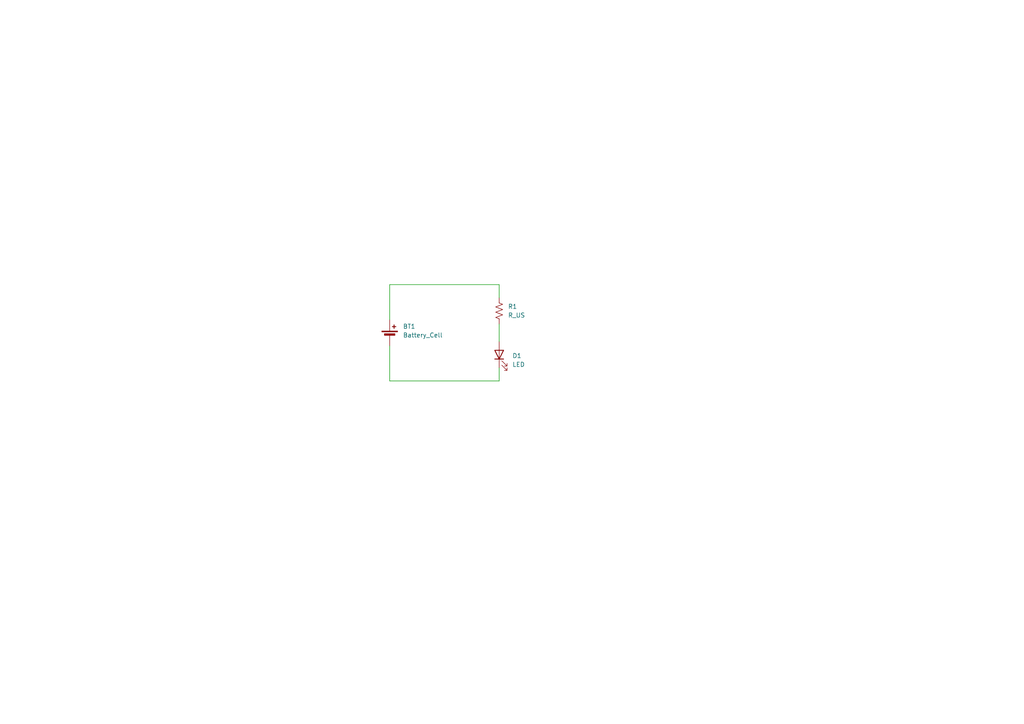
<source format=kicad_sch>
(kicad_sch (version 20231120) (generator "eeschema") (generator_version "8.0")
  (paper "A4")
  (lib_symbols
    (symbol "Device:Battery_Cell" (pin_numbers hide) (pin_names (offset 0) hide)
      (property "Reference" "BT" (at 2.54 2.54 0))
      (property "Value" "Battery_Cell" (at 2.54 0 0))
      (symbol "Battery_Cell_0_1"
        (rectangle (start -2.286 1.778) (end 2.286 1.524) (fill (type outline)))
        (rectangle (start -1.524 1.016) (end 1.524 0.508) (fill (type outline)))
        (polyline (pts (xy 0 0.762) (xy 0 0)))
        (polyline (pts (xy 0 1.778) (xy 0 2.54)))
        (polyline (pts (xy 0.762 3.048) (xy 1.778 3.048)) (stroke (width 0.254)))
        (polyline (pts (xy 1.27 3.556) (xy 1.27 2.54)) (stroke (width 0.254)))
      )
      (symbol "Battery_Cell_1_1"
        (pin passive line (at 0 5.08 270) (length 2.54) (name "+") (number "1"))
        (pin passive line (at 0 -2.54 90) (length 2.54) (name "-") (number "2"))
      )
    )
    (symbol "Device:LED" (pin_numbers hide) (pin_names (offset 1.016) hide)
      (property "Reference" "D" (at 0 2.54 0))
      (property "Value" "LED" (at 0 -2.54 0))
      (symbol "LED_0_1"
        (polyline (pts (xy -1.27 -1.27) (xy -1.27 1.27)) (stroke (width 0.254)))
        (polyline (pts (xy -1.27 0) (xy 1.27 0)))
        (polyline (pts (xy 1.27 -1.27) (xy 1.27 1.27) (xy -1.27 0) (xy 1.27 -1.27)) (stroke (width 0.254)))
        (polyline (pts (xy -3.048 -0.762) (xy -4.572 -2.286) (xy -3.81 -2.286) (xy -4.572 -2.286) (xy -4.572 -1.524)))
        (polyline (pts (xy -1.778 -0.762) (xy -3.302 -2.286) (xy -2.54 -2.286) (xy -3.302 -2.286) (xy -3.302 -1.524)))
      )
      (symbol "LED_1_1"
        (pin passive line (at -3.81 0 0) (length 2.54) (name "K") (number "1"))
        (pin passive line (at 3.81 0 180) (length 2.54) (name "A") (number "2"))
      )
    )
    (symbol "Device:R_US" (pin_numbers hide) (pin_names (offset 0))
      (property "Reference" "R" (at 2.54 0 90))
      (property "Value" "R_US" (at -2.54 0 90))
      (symbol "R_US_0_1"
        (polyline (pts (xy 0 -2.286) (xy 0 -2.54)))
        (polyline (pts (xy 0 2.286) (xy 0 2.54)))
        (polyline (pts (xy 0 -0.762) (xy 1.016 -1.143) (xy 0 -1.524) (xy -1.016 -1.905) (xy 0 -2.286)))
        (polyline (pts (xy 0 0.762) (xy 1.016 0.381) (xy 0 0) (xy -1.016 -0.381) (xy 0 -0.762)))
        (polyline (pts (xy 0 2.286) (xy 1.016 1.905) (xy 0 1.524) (xy -1.016 1.143) (xy 0 0.762)))
      )
      (symbol "R_US_1_1"
        (pin passive line (at 0 3.81 270) (length 1.27) (name "~") (number "1"))
        (pin passive line (at 0 -3.81 90) (length 1.27) (name "~") (number "2"))
      )
    )
  )
  (wire (pts (xy 144.78 82.55) (xy 144.78 86.36)))
  (wire (pts (xy 113.03 82.55) (xy 144.78 82.55)))
  (wire (pts (xy 113.03 100.33) (xy 113.03 110.49)))
  (wire (pts (xy 144.78 93.98) (xy 144.78 99.06)))
  (wire (pts (xy 113.03 110.49) (xy 144.78 110.49)))
  (wire (pts (xy 144.78 106.68) (xy 144.78 110.49)))
  (wire (pts (xy 113.03 92.71) (xy 113.03 82.55)))
  (symbol (lib_id "Device:R_US") (at 144.78 90.17 0) (unit 1)
    (property "Reference" "R1" (at 147.32 88.8999 0) (effects (justify left)))
    (property "Value" "R_US" (at 147.32 91.4399 0) (effects (justify left)))
    (property "Description" "Resistor, US symbol" (effects (hide yes)))
  )
  (symbol (lib_id "Device:LED") (at 144.78 102.87 90) (unit 1)
    (property "Reference" "D1" (at 148.59 103.1874 90) (effects (justify right)))
    (property "Value" "LED" (at 148.59 105.7274 90) (effects (justify right)))
    (property "Description" "Light emitting diode" (effects (hide yes)))
  )
  (symbol (lib_id "Device:Battery_Cell") (at 113.03 97.79 0) (unit 1)
    (property "Reference" "BT1" (at 116.84 94.6784 0) (effects (justify left)))
    (property "Value" "Battery_Cell" (at 116.84 97.2184 0) (effects (justify left)))
    (property "Description" "Single-cell battery" (effects (hide yes)))
  )
)
</source>
